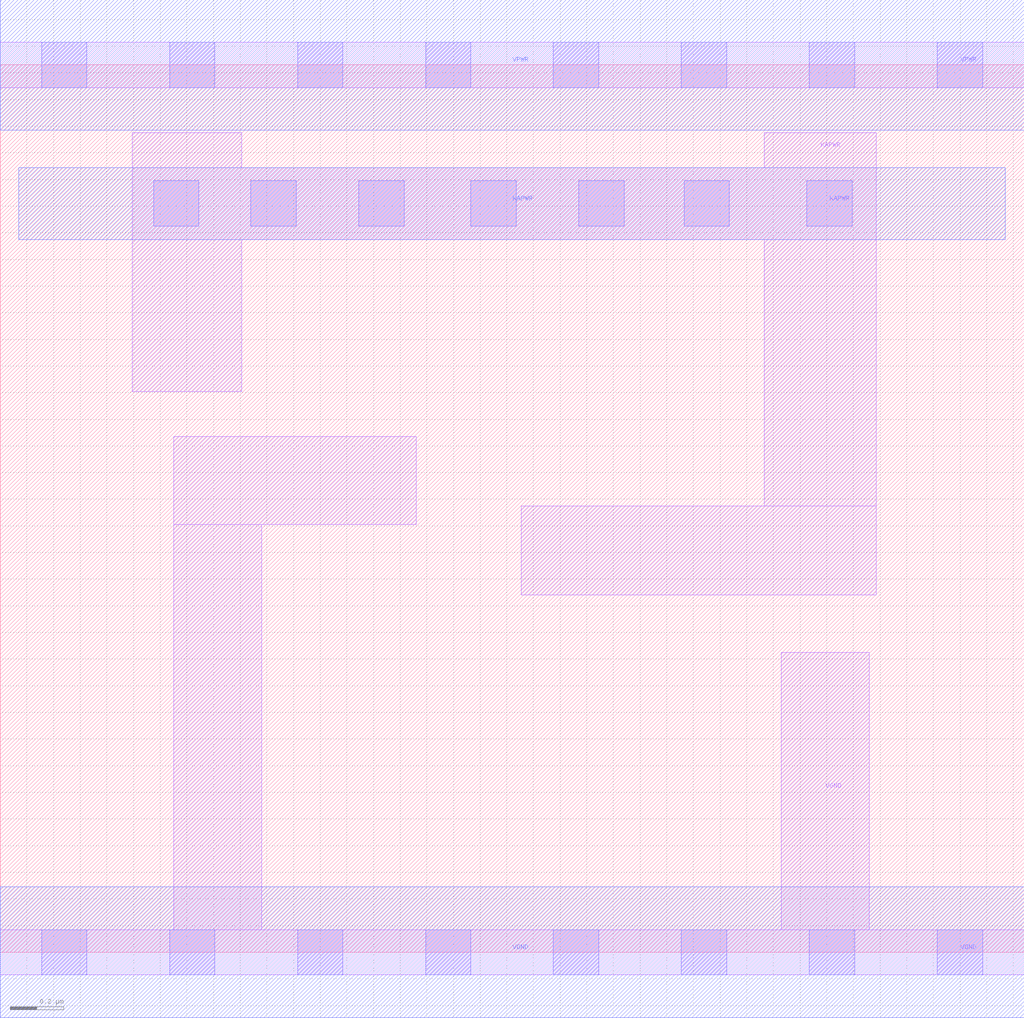
<source format=lef>
# Copyright 2020 The SkyWater PDK Authors
#
# Licensed under the Apache License, Version 2.0 (the "License");
# you may not use this file except in compliance with the License.
# You may obtain a copy of the License at
#
#     https://www.apache.org/licenses/LICENSE-2.0
#
# Unless required by applicable law or agreed to in writing, software
# distributed under the License is distributed on an "AS IS" BASIS,
# WITHOUT WARRANTIES OR CONDITIONS OF ANY KIND, either express or implied.
# See the License for the specific language governing permissions and
# limitations under the License.
#
# SPDX-License-Identifier: Apache-2.0

VERSION 5.7 ;
  NAMESCASESENSITIVE ON ;
  NOWIREEXTENSIONATPIN ON ;
  DIVIDERCHAR "/" ;
  BUSBITCHARS "[]" ;
UNITS
  DATABASE MICRONS 200 ;
END UNITS
MACRO sky130_fd_sc_lp__decapkapwr_8
  CLASS CORE SPACER ;
  SOURCE USER ;
  FOREIGN sky130_fd_sc_lp__decapkapwr_8 ;
  ORIGIN  0.000000  0.000000 ;
  SIZE  3.840000 BY  3.330000 ;
  SYMMETRY X Y R90 ;
  SITE unit ;
  PIN KAPWR
    DIRECTION INOUT ;
    USE POWER ;
    PORT
      LAYER li1 ;
        RECT 0.495000 2.105000 0.905000 2.675000 ;
        RECT 0.495000 2.675000 3.285000 2.945000 ;
        RECT 0.495000 2.945000 0.905000 3.075000 ;
        RECT 1.955000 1.340000 3.285000 1.675000 ;
        RECT 2.865000 1.675000 3.285000 2.675000 ;
        RECT 2.865000 2.945000 3.285000 3.075000 ;
      LAYER mcon ;
        RECT 0.575000 2.725000 0.745000 2.895000 ;
        RECT 0.940000 2.725000 1.110000 2.895000 ;
        RECT 1.345000 2.725000 1.515000 2.895000 ;
        RECT 1.765000 2.725000 1.935000 2.895000 ;
        RECT 2.170000 2.725000 2.340000 2.895000 ;
        RECT 2.565000 2.725000 2.735000 2.895000 ;
        RECT 3.025000 2.725000 3.195000 2.895000 ;
      LAYER met1 ;
        RECT 0.070000 2.675000 3.770000 2.945000 ;
    END
  END KAPWR
  PIN VGND
    DIRECTION INOUT ;
    USE GROUND ;
    PORT
      LAYER li1 ;
        RECT 0.000000 -0.085000 3.840000 0.085000 ;
        RECT 0.650000  0.085000 0.980000 1.605000 ;
        RECT 0.650000  1.605000 1.560000 1.935000 ;
        RECT 2.930000  0.085000 3.260000 1.125000 ;
      LAYER mcon ;
        RECT 0.155000 -0.085000 0.325000 0.085000 ;
        RECT 0.635000 -0.085000 0.805000 0.085000 ;
        RECT 1.115000 -0.085000 1.285000 0.085000 ;
        RECT 1.595000 -0.085000 1.765000 0.085000 ;
        RECT 2.075000 -0.085000 2.245000 0.085000 ;
        RECT 2.555000 -0.085000 2.725000 0.085000 ;
        RECT 3.035000 -0.085000 3.205000 0.085000 ;
        RECT 3.515000 -0.085000 3.685000 0.085000 ;
      LAYER met1 ;
        RECT 0.000000 -0.245000 3.840000 0.245000 ;
    END
  END VGND
  PIN VPWR
    DIRECTION INOUT ;
    USE POWER ;
    PORT
      LAYER li1 ;
        RECT 0.000000 3.245000 3.840000 3.415000 ;
      LAYER mcon ;
        RECT 0.155000 3.245000 0.325000 3.415000 ;
        RECT 0.635000 3.245000 0.805000 3.415000 ;
        RECT 1.115000 3.245000 1.285000 3.415000 ;
        RECT 1.595000 3.245000 1.765000 3.415000 ;
        RECT 2.075000 3.245000 2.245000 3.415000 ;
        RECT 2.555000 3.245000 2.725000 3.415000 ;
        RECT 3.035000 3.245000 3.205000 3.415000 ;
        RECT 3.515000 3.245000 3.685000 3.415000 ;
      LAYER met1 ;
        RECT 0.000000 3.085000 3.840000 3.575000 ;
    END
  END VPWR
END sky130_fd_sc_lp__decapkapwr_8

</source>
